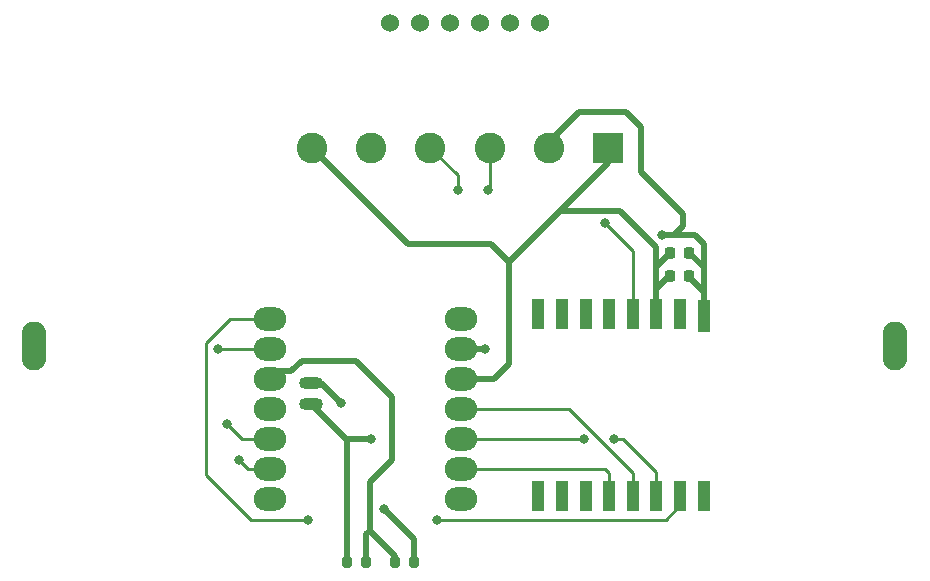
<source format=gbr>
%TF.GenerationSoftware,KiCad,Pcbnew,7.0.9*%
%TF.CreationDate,2024-02-26T23:44:44+01:00*%
%TF.ProjectId,esp32c3,65737033-3263-4332-9e6b-696361645f70,rev?*%
%TF.SameCoordinates,Original*%
%TF.FileFunction,Copper,L1,Top*%
%TF.FilePolarity,Positive*%
%FSLAX46Y46*%
G04 Gerber Fmt 4.6, Leading zero omitted, Abs format (unit mm)*
G04 Created by KiCad (PCBNEW 7.0.9) date 2024-02-26 23:44:44*
%MOMM*%
%LPD*%
G01*
G04 APERTURE LIST*
G04 Aperture macros list*
%AMRoundRect*
0 Rectangle with rounded corners*
0 $1 Rounding radius*
0 $2 $3 $4 $5 $6 $7 $8 $9 X,Y pos of 4 corners*
0 Add a 4 corners polygon primitive as box body*
4,1,4,$2,$3,$4,$5,$6,$7,$8,$9,$2,$3,0*
0 Add four circle primitives for the rounded corners*
1,1,$1+$1,$2,$3*
1,1,$1+$1,$4,$5*
1,1,$1+$1,$6,$7*
1,1,$1+$1,$8,$9*
0 Add four rect primitives between the rounded corners*
20,1,$1+$1,$2,$3,$4,$5,0*
20,1,$1+$1,$4,$5,$6,$7,0*
20,1,$1+$1,$6,$7,$8,$9,0*
20,1,$1+$1,$8,$9,$2,$3,0*%
G04 Aperture macros list end*
%TA.AperFunction,SMDPad,CuDef*%
%ADD10R,1.100000X2.800000*%
%TD*%
%TA.AperFunction,SMDPad,CuDef*%
%ADD11R,1.100000X2.600000*%
%TD*%
%TA.AperFunction,SMDPad,CuDef*%
%ADD12RoundRect,0.225000X-0.225000X-0.250000X0.225000X-0.250000X0.225000X0.250000X-0.225000X0.250000X0*%
%TD*%
%TA.AperFunction,SMDPad,CuDef*%
%ADD13RoundRect,0.200000X-0.200000X-0.275000X0.200000X-0.275000X0.200000X0.275000X-0.200000X0.275000X0*%
%TD*%
%TA.AperFunction,SMDPad,CuDef*%
%ADD14O,2.748280X1.998980*%
%TD*%
%TA.AperFunction,SMDPad,CuDef*%
%ADD15O,2.032000X1.016000*%
%TD*%
%TA.AperFunction,ComponentPad*%
%ADD16R,2.600000X2.600000*%
%TD*%
%TA.AperFunction,ComponentPad*%
%ADD17C,2.600000*%
%TD*%
%TA.AperFunction,ComponentPad*%
%ADD18O,2.070000X4.140000*%
%TD*%
%TA.AperFunction,ComponentPad*%
%ADD19C,1.524000*%
%TD*%
%TA.AperFunction,ViaPad*%
%ADD20C,0.800000*%
%TD*%
%TA.AperFunction,Conductor*%
%ADD21C,0.500000*%
%TD*%
%TA.AperFunction,Conductor*%
%ADD22C,0.250000*%
%TD*%
G04 APERTURE END LIST*
D10*
%TO.P,U3,1,GND*%
%TO.N,Net-(J1-Pin_2)*%
X173482000Y-73152000D03*
D11*
%TO.P,U3,2,GND*%
X171482000Y-73052000D03*
%TO.P,U3,3,3.3V*%
%TO.N,Net-(J1-Pin_1)*%
X169482000Y-73052000D03*
%TO.P,U3,4,RESET*%
%TO.N,Net-(U2-PA4_A1_D1)*%
X167482000Y-73052000D03*
%TO.P,U3,5,DI00*%
%TO.N,unconnected-(U3-DI00-Pad5)*%
X165482000Y-73052000D03*
%TO.P,U3,6,DI01*%
%TO.N,unconnected-(U3-DI01-Pad6)*%
X163482000Y-73052000D03*
%TO.P,U3,7,DI02*%
%TO.N,unconnected-(U3-DI02-Pad7)*%
X161482000Y-73052000D03*
%TO.P,U3,8,DI03*%
%TO.N,unconnected-(U3-DI03-Pad8)*%
X159482000Y-73052000D03*
%TO.P,U3,9,GND*%
%TO.N,Net-(J1-Pin_2)*%
X159482000Y-88452000D03*
%TO.P,U3,10,DI04*%
%TO.N,unconnected-(U3-DI04-Pad10)*%
X161482000Y-88452000D03*
%TO.P,U3,11,DI05*%
%TO.N,unconnected-(U3-DI05-Pad11)*%
X163482000Y-88452000D03*
%TO.P,U3,12,SCK*%
%TO.N,Net-(U2-PA7_A8_D8_SCK)*%
X165482000Y-88452000D03*
%TO.P,U3,13,MISO*%
%TO.N,Net-(U2-PA6_A10_D10_MOSI)*%
X167482000Y-88452000D03*
%TO.P,U3,14,MOSI*%
%TO.N,Net-(U2-PA5_A9_D9_MISO)*%
X169482000Y-88452000D03*
%TO.P,U3,15,NSS*%
%TO.N,Net-(U2-PA02_A0_D0)*%
X171482000Y-88452000D03*
%TO.P,U3,16,GND*%
%TO.N,Net-(J1-Pin_2)*%
X173482000Y-88452000D03*
%TD*%
D12*
%TO.P,C2,1*%
%TO.N,Net-(J1-Pin_1)*%
X170662000Y-69820000D03*
%TO.P,C2,2*%
%TO.N,Net-(J1-Pin_2)*%
X172212000Y-69820000D03*
%TD*%
D13*
%TO.P,R1,1*%
%TO.N,Net-(BT1-Pad+)*%
X143256000Y-93980000D03*
%TO.P,R1,2*%
%TO.N,Net-(U2-PA10_A2_D2)*%
X144906000Y-93980000D03*
%TD*%
%TO.P,R2,1*%
%TO.N,Net-(U2-PA10_A2_D2)*%
X147320000Y-93980000D03*
%TO.P,R2,2*%
%TO.N,Net-(BT1-Pad-)*%
X148970000Y-93980000D03*
%TD*%
D14*
%TO.P,U2,1,PA02_A0_D0*%
%TO.N,Net-(U2-PA02_A0_D0)*%
X136743440Y-73406000D03*
%TO.P,U2,2,PA4_A1_D1*%
%TO.N,Net-(U2-PA4_A1_D1)*%
X136743440Y-75946000D03*
%TO.P,U2,3,PA10_A2_D2*%
%TO.N,Net-(U2-PA10_A2_D2)*%
X136743440Y-78486000D03*
%TO.P,U2,4,PA11_A3_D3*%
%TO.N,unconnected-(U2-PA11_A3_D3-Pad4)*%
X136743440Y-81026000D03*
%TO.P,U2,5,PA8_A4_D4_SDA*%
%TO.N,Net-(J1-Pin_4)*%
X136743440Y-83566000D03*
%TO.P,U2,6,PA9_A5_D5_SCL*%
%TO.N,Net-(J1-Pin_3)*%
X136743440Y-86106000D03*
%TO.P,U2,7,PB08_A6_D6_TX*%
%TO.N,unconnected-(U2-PB08_A6_D6_TX-Pad7)*%
X136743440Y-88646000D03*
%TO.P,U2,8,PB09_A7_D7_RX*%
%TO.N,unconnected-(U2-PB09_A7_D7_RX-Pad8)*%
X152908000Y-88646000D03*
%TO.P,U2,9,PA7_A8_D8_SCK*%
%TO.N,Net-(U2-PA7_A8_D8_SCK)*%
X152908000Y-86106000D03*
%TO.P,U2,10,PA5_A9_D9_MISO*%
%TO.N,Net-(U2-PA5_A9_D9_MISO)*%
X152908000Y-83566000D03*
%TO.P,U2,11,PA6_A10_D10_MOSI*%
%TO.N,Net-(U2-PA6_A10_D10_MOSI)*%
X152908000Y-81026000D03*
%TO.P,U2,12,3V3*%
%TO.N,Net-(J1-Pin_1)*%
X152908000Y-78486000D03*
%TO.P,U2,13,GND*%
%TO.N,Net-(J1-Pin_2)*%
X152908000Y-75946000D03*
%TO.P,U2,14,5V*%
%TO.N,unconnected-(U2-5V-Pad14)*%
X152908000Y-73406000D03*
D15*
%TO.P,U2,15,5V*%
%TO.N,Net-(BT1-Pad+)*%
X140228320Y-80601820D03*
%TO.P,U2,16,GND*%
%TO.N,Net-(BT1-Pad-)*%
X140228320Y-78823820D03*
%TD*%
D12*
%TO.P,C1,1*%
%TO.N,Net-(J1-Pin_1)*%
X170675000Y-67818000D03*
%TO.P,C1,2*%
%TO.N,Net-(J1-Pin_2)*%
X172225000Y-67818000D03*
%TD*%
D16*
%TO.P,J1,1,Pin_1*%
%TO.N,Net-(J1-Pin_1)*%
X165354000Y-58928000D03*
D17*
%TO.P,J1,2,Pin_2*%
%TO.N,Net-(J1-Pin_2)*%
X160354000Y-58928000D03*
%TO.P,J1,3,Pin_3*%
%TO.N,Net-(J1-Pin_3)*%
X155354000Y-58928000D03*
%TO.P,J1,4,Pin_4*%
%TO.N,Net-(J1-Pin_4)*%
X150354000Y-58928000D03*
%TO.P,J1,5,Pin_5*%
%TO.N,unconnected-(J1-Pin_5-Pad5)*%
X145354000Y-58928000D03*
%TO.P,J1,6,Pin_6*%
%TO.N,Net-(J1-Pin_1)*%
X140354000Y-58928000D03*
%TD*%
D18*
%TO.P,BT1,+*%
%TO.N,Net-(BT1-Pad+)*%
X189716000Y-75692000D03*
%TO.P,BT1,-*%
%TO.N,Net-(BT1-Pad-)*%
X116816000Y-75692000D03*
%TD*%
D19*
%TO.P,U1,1,VCC*%
%TO.N,unconnected-(U1-VCC-Pad1)*%
X159639000Y-48387000D03*
%TO.P,U1,2,GND*%
%TO.N,unconnected-(U1-GND-Pad2)*%
X157099000Y-48387000D03*
%TO.P,U1,3,SCL*%
%TO.N,unconnected-(U1-SCL-Pad3)*%
X154559000Y-48387000D03*
%TO.P,U1,4,SDA*%
%TO.N,unconnected-(U1-SDA-Pad4)*%
X152019000Y-48387000D03*
%TO.P,U1,5,CSB*%
%TO.N,unconnected-(U1-CSB-Pad5)*%
X149479000Y-48387000D03*
%TO.P,U1,6,SDO*%
%TO.N,unconnected-(U1-SDO-Pad6)*%
X146939000Y-48387000D03*
%TD*%
D20*
%TO.N,Net-(J1-Pin_2)*%
X169926000Y-66294000D03*
X154940000Y-75946000D03*
%TO.N,Net-(J1-Pin_3)*%
X134112000Y-85344000D03*
X155194000Y-62484000D03*
%TO.N,Net-(J1-Pin_4)*%
X152654000Y-62484000D03*
X133096000Y-82296000D03*
%TO.N,Net-(U2-PA02_A0_D0)*%
X150876000Y-90424000D03*
X139954000Y-90424000D03*
%TO.N,Net-(U2-PA4_A1_D1)*%
X165100000Y-65278000D03*
X132334000Y-75946000D03*
%TO.N,Net-(U2-PA5_A9_D9_MISO)*%
X163322000Y-83566000D03*
X165862000Y-83566000D03*
%TO.N,Net-(BT1-Pad+)*%
X145288000Y-83566000D03*
%TO.N,Net-(BT1-Pad-)*%
X142748000Y-80518000D03*
X146431000Y-89535000D03*
%TD*%
D21*
%TO.N,Net-(U2-PA10_A2_D2)*%
X147066000Y-85344000D02*
X147066000Y-80010000D01*
X137363620Y-77865820D02*
X136743440Y-78486000D01*
X145200000Y-87210000D02*
X147066000Y-85344000D01*
X139446000Y-76962000D02*
X138542180Y-77865820D01*
X147066000Y-80010000D02*
X144018000Y-76962000D01*
X144018000Y-76962000D02*
X139446000Y-76962000D01*
X145200000Y-91352000D02*
X145200000Y-87210000D01*
X145200000Y-91352000D02*
X144906000Y-91646000D01*
X144906000Y-91646000D02*
X144906000Y-93980000D01*
X138542180Y-77865820D02*
X137363620Y-77865820D01*
X145200000Y-91352000D02*
X147320000Y-93472000D01*
X147320000Y-93472000D02*
X147320000Y-93980000D01*
%TO.N,Net-(J1-Pin_2)*%
X168148000Y-60960000D02*
X168148000Y-57150000D01*
X172720000Y-66294000D02*
X173482000Y-67056000D01*
X173482000Y-69088000D02*
X173482000Y-67056000D01*
X162956000Y-55880000D02*
X160354000Y-58482000D01*
X154686000Y-75946000D02*
X154940000Y-75946000D01*
D22*
X173482000Y-69075000D02*
X173482000Y-69088000D01*
D21*
X171704000Y-64516000D02*
X168148000Y-60960000D01*
X169926000Y-66294000D02*
X170942000Y-66294000D01*
X170942000Y-66294000D02*
X171704000Y-65532000D01*
X168148000Y-57150000D02*
X166878000Y-55880000D01*
X171704000Y-65532000D02*
X171704000Y-64516000D01*
X173482000Y-71120000D02*
X173482000Y-69088000D01*
X172225000Y-67818000D02*
X173482000Y-69075000D01*
X166878000Y-55880000D02*
X162956000Y-55880000D01*
D22*
X172212000Y-69820000D02*
X172212000Y-69850000D01*
D21*
X172212000Y-69850000D02*
X173482000Y-71120000D01*
X170942000Y-66294000D02*
X172720000Y-66294000D01*
X152908000Y-75946000D02*
X154686000Y-75946000D01*
X173482000Y-73152000D02*
X173482000Y-71120000D01*
%TO.N,Net-(J1-Pin_1)*%
X161290000Y-64262000D02*
X156972000Y-68580000D01*
X161290000Y-64262000D02*
X165354000Y-60198000D01*
X170528000Y-69820000D02*
X169482000Y-70866000D01*
X148482000Y-67056000D02*
X140354000Y-58928000D01*
X155448000Y-67056000D02*
X148482000Y-67056000D01*
X155702000Y-78486000D02*
X156972000Y-77216000D01*
X169482000Y-69088000D02*
X169482000Y-67374000D01*
X169482000Y-70866000D02*
X169482000Y-69088000D01*
X156972000Y-77216000D02*
X156972000Y-69342000D01*
X156972000Y-69342000D02*
X156972000Y-68580000D01*
X165354000Y-60198000D02*
X165354000Y-58928000D01*
X169482000Y-67374000D02*
X166370000Y-64262000D01*
D22*
X169482000Y-69011000D02*
X169482000Y-69088000D01*
X170662000Y-69820000D02*
X170528000Y-69820000D01*
D21*
X170675000Y-67818000D02*
X169482000Y-69011000D01*
X166370000Y-64262000D02*
X161290000Y-64262000D01*
X169482000Y-73052000D02*
X169482000Y-70866000D01*
X152908000Y-78486000D02*
X155702000Y-78486000D01*
X156972000Y-68580000D02*
X155448000Y-67056000D01*
D22*
%TO.N,Net-(J1-Pin_3)*%
X136743440Y-86106000D02*
X134874000Y-86106000D01*
X155354000Y-62324000D02*
X155354000Y-58928000D01*
X155194000Y-62484000D02*
X155354000Y-62324000D01*
X134874000Y-86106000D02*
X134112000Y-85344000D01*
%TO.N,Net-(J1-Pin_4)*%
X152654000Y-62484000D02*
X152654000Y-61228000D01*
X134366000Y-83566000D02*
X133096000Y-82296000D01*
X136743440Y-83566000D02*
X134366000Y-83566000D01*
X152654000Y-61228000D02*
X150354000Y-58928000D01*
%TO.N,Net-(U2-PA02_A0_D0)*%
X133350000Y-73406000D02*
X131318000Y-75438000D01*
X170260000Y-90424000D02*
X171482000Y-89202000D01*
X135128000Y-90424000D02*
X139954000Y-90424000D01*
X131318000Y-75438000D02*
X131318000Y-86614000D01*
X136743440Y-73406000D02*
X133350000Y-73406000D01*
X131318000Y-86614000D02*
X135128000Y-90424000D01*
X150876000Y-90424000D02*
X170260000Y-90424000D01*
X171482000Y-89202000D02*
X171482000Y-88452000D01*
%TO.N,Net-(U2-PA4_A1_D1)*%
X167482000Y-67660000D02*
X167482000Y-73052000D01*
X136743440Y-75946000D02*
X132334000Y-75946000D01*
X165100000Y-65278000D02*
X167482000Y-67660000D01*
%TO.N,Net-(U2-PA7_A8_D8_SCK)*%
X165482000Y-86488000D02*
X165482000Y-88452000D01*
X152908000Y-86106000D02*
X165100000Y-86106000D01*
X165100000Y-86106000D02*
X165482000Y-86488000D01*
%TO.N,Net-(U2-PA5_A9_D9_MISO)*%
X152908000Y-83566000D02*
X163322000Y-83566000D01*
X165862000Y-83566000D02*
X166624000Y-83566000D01*
X166624000Y-83566000D02*
X169482000Y-86424000D01*
X169482000Y-86424000D02*
X169482000Y-88452000D01*
%TO.N,Net-(U2-PA6_A10_D10_MOSI)*%
X167482000Y-86444000D02*
X167482000Y-88452000D01*
X162064000Y-81026000D02*
X167482000Y-86444000D01*
X152908000Y-81026000D02*
X162064000Y-81026000D01*
D21*
%TO.N,Net-(BT1-Pad+)*%
X143256000Y-83629500D02*
X143192500Y-83566000D01*
X145288000Y-83566000D02*
X143192500Y-83566000D01*
X143192500Y-83566000D02*
X140228320Y-80601820D01*
X143256000Y-93980000D02*
X143256000Y-83629500D01*
%TO.N,Net-(BT1-Pad-)*%
X146431000Y-89535000D02*
X148970000Y-92074000D01*
X142748000Y-80518000D02*
X141053820Y-78823820D01*
X141053820Y-78823820D02*
X140228320Y-78823820D01*
X140143503Y-78823820D02*
X140228320Y-78823820D01*
X148970000Y-92074000D02*
X148970000Y-93980000D01*
%TD*%
M02*

</source>
